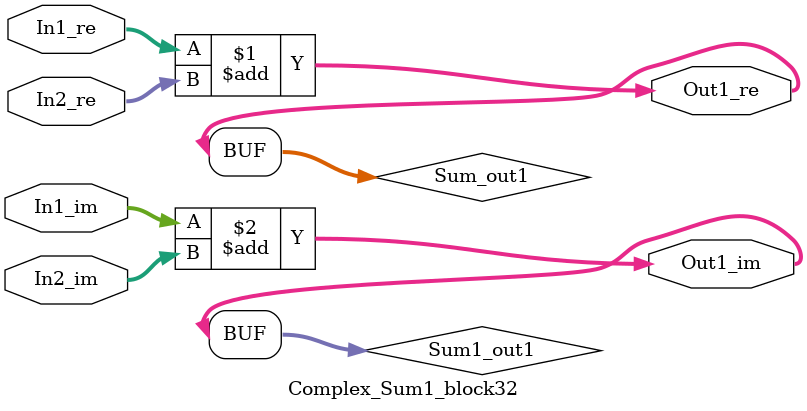
<source format=v>



`timescale 1 ns / 1 ns

module Complex_Sum1_block32
          (In1_re,
           In1_im,
           In2_re,
           In2_im,
           Out1_re,
           Out1_im);


  input   signed [36:0] In1_re;  // sfix37_En22
  input   signed [36:0] In1_im;  // sfix37_En22
  input   signed [36:0] In2_re;  // sfix37_En22
  input   signed [36:0] In2_im;  // sfix37_En22
  output  signed [36:0] Out1_re;  // sfix37_En22
  output  signed [36:0] Out1_im;  // sfix37_En22


  wire signed [36:0] Sum_out1;  // sfix37_En22
  wire signed [36:0] Sum1_out1;  // sfix37_En22


  assign Sum_out1 = In1_re + In2_re;



  assign Out1_re = Sum_out1;

  assign Sum1_out1 = In1_im + In2_im;



  assign Out1_im = Sum1_out1;

endmodule  // Complex_Sum1_block32


</source>
